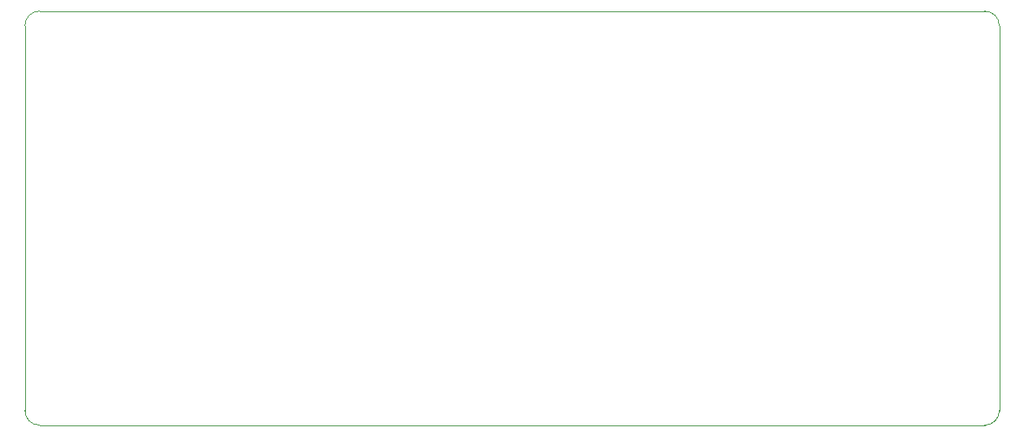
<source format=gbr>
%TF.GenerationSoftware,KiCad,Pcbnew,9.0.0*%
%TF.CreationDate,2025-03-14T15:21:30-04:00*%
%TF.ProjectId,LVDelay,4c564465-6c61-4792-9e6b-696361645f70,rev?*%
%TF.SameCoordinates,Original*%
%TF.FileFunction,Profile,NP*%
%FSLAX46Y46*%
G04 Gerber Fmt 4.6, Leading zero omitted, Abs format (unit mm)*
G04 Created by KiCad (PCBNEW 9.0.0) date 2025-03-14 15:21:30*
%MOMM*%
%LPD*%
G01*
G04 APERTURE LIST*
%TA.AperFunction,Profile*%
%ADD10C,0.100000*%
%TD*%
G04 APERTURE END LIST*
D10*
X50292000Y-52324000D02*
G75*
G02*
X51816000Y-50800000I1524000J0D01*
G01*
X51816000Y-93980000D02*
G75*
G02*
X50292000Y-92456000I0J1524000D01*
G01*
X150368000Y-50800000D02*
G75*
G02*
X151892000Y-52324000I0J-1524000D01*
G01*
X151892000Y-92456000D02*
G75*
G02*
X150368000Y-93980000I-1524000J0D01*
G01*
X50292000Y-92456000D02*
X50292000Y-52324000D01*
X51816000Y-50800000D02*
X150368000Y-50800000D01*
X150368000Y-93980000D02*
X51816000Y-93980000D01*
X151892000Y-52324000D02*
X151892000Y-92456000D01*
M02*

</source>
